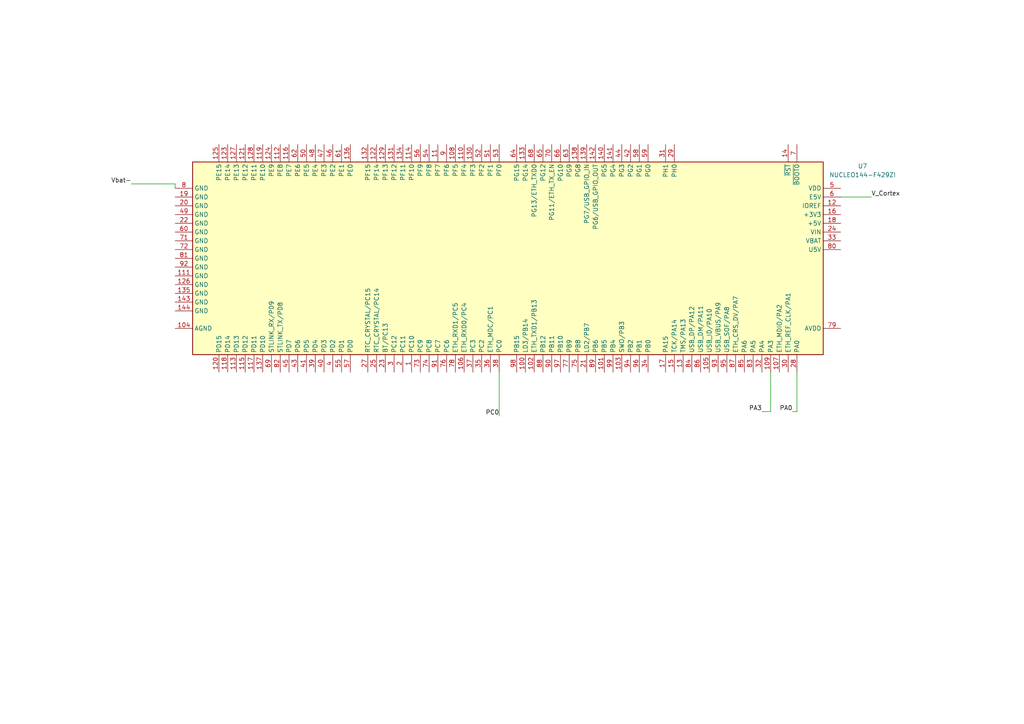
<source format=kicad_sch>
(kicad_sch (version 20250114) (generator "eeschema") (generator_version "9.0")
  (paper "A4")
  (lib_symbols
    (symbol "MCU_Module:NUCLEO144-F429ZI"
      (property "Reference" "U" (at -22.86 94.615 0))
      (property "Value" "NUCLEO144-F429ZI" (at -22.86 92.71 0))
      (symbol "NUCLEO144-F429ZI_0_1"
        (rectangle (start -27.94 -91.44) (end 27.94 91.44) (stroke (width 0.254)) (fill (type background)))
      )
      (symbol "NUCLEO144-F429ZI_1_1"
        (pin input line (at -33.02 83.82 0) (length 5.08) (name "~{BOOT0}") (number "7"))
        (pin input line (at -33.02 81.28 0) (length 5.08) (name "~{RST}") (number "14"))
        (pin bidirectional line (at -33.02 48.26 0) (length 5.08) (name "PH0") (number "29"))
        (pin bidirectional line (at -33.02 45.72 0) (length 5.08) (name "PH1") (number "31"))
        (pin bidirectional line (at -33.02 40.64 0) (length 5.08) (name "PG0") (number "59"))
        (pin bidirectional line (at -33.02 38.1 0) (length 5.08) (name "PG1") (number "58"))
        (pin bidirectional line (at -33.02 35.56 0) (length 5.08) (name "PG2") (number "42"))
        (pin bidirectional line (at -33.02 33.02 0) (length 5.08) (name "PG3") (number "44"))
        (pin bidirectional line (at -33.02 30.48 0) (length 5.08) (name "PG4") (number "141"))
        (pin bidirectional line (at -33.02 27.94 0) (length 5.08) (name "PG5") (number "140"))
        (pin bidirectional line (at -33.02 25.4 0) (length 5.08) (name "PG6/USB_GPIO_OUT") (number "142"))
        (pin bidirectional line (at -33.02 22.86 0) (length 5.08) (name "PG7/USB_GPIO_IN") (number "139"))
        (pin bidirectional line (at -33.02 20.32 0) (length 5.08) (name "PG8") (number "138"))
        (pin bidirectional line (at -33.02 17.78 0) (length 5.08) (name "PG9") (number "63"))
        (pin bidirectional line (at -33.02 15.24 0) (length 5.08) (name "PG10") (number "66"))
        (pin bidirectional line (at -33.02 12.7 0) (length 5.08) (name "PG11/ETH_TX_EN") (number "70"))
        (pin bidirectional line (at -33.02 10.16 0) (length 5.08) (name "PG12") (number "65"))
        (pin bidirectional line (at -33.02 7.62 0) (length 5.08) (name "PG13/ETH_TXD0") (number "68"))
        (pin bidirectional line (at -33.02 5.08 0) (length 5.08) (name "PG14") (number "133"))
        (pin bidirectional line (at -33.02 2.54 0) (length 5.08) (name "PG15") (number "64"))
        (pin bidirectional line (at -33.02 -2.54 0) (length 5.08) (name "PF0") (number "53"))
        (pin bidirectional line (at -33.02 -5.08 0) (length 5.08) (name "PF1") (number "51"))
        (pin bidirectional line (at -33.02 -7.62 0) (length 5.08) (name "PF2") (number "52"))
        (pin bidirectional line (at -33.02 -10.16 0) (length 5.08) (name "PF3") (number "130"))
        (pin bidirectional line (at -33.02 -12.7 0) (length 5.08) (name "PF4") (number "110"))
        (pin bidirectional line (at -33.02 -15.24 0) (length 5.08) (name "PF5") (number "108"))
        (pin bidirectional line (at -33.02 -17.78 0) (length 5.08) (name "PF6") (number "9"))
        (pin bidirectional line (at -33.02 -20.32 0) (length 5.08) (name "PF7") (number "11"))
        (pin bidirectional line (at -33.02 -22.86 0) (length 5.08) (name "PF8") (number "54"))
        (pin bidirectional line (at -33.02 -25.4 0) (length 5.08) (name "PF9") (number "56"))
        (pin bidirectional line (at -33.02 -27.94 0) (length 5.08) (name "PF10") (number "114"))
        (pin bidirectional line (at -33.02 -30.48 0) (length 5.08) (name "PF11") (number "134"))
        (pin bidirectional line (at -33.02 -33.02 0) (length 5.08) (name "PF12") (number "131"))
        (pin bidirectional line (at -33.02 -35.56 0) (length 5.08) (name "PF13") (number "129"))
        (pin bidirectional line (at -33.02 -38.1 0) (length 5.08) (name "PF14") (number "122"))
        (pin bidirectional line (at -33.02 -40.64 0) (length 5.08) (name "PF15") (number "132"))
        (pin bidirectional line (at -33.02 -45.72 0) (length 5.08) (name "PE0") (number "136"))
        (pin bidirectional line (at -33.02 -48.26 0) (length 5.08) (name "PE1") (number "61"))
        (pin bidirectional line (at -33.02 -50.8 0) (length 5.08) (name "PE2") (number "46"))
        (pin bidirectional line (at -33.02 -53.34 0) (length 5.08) (name "PE3") (number "47"))
        (pin bidirectional line (at -33.02 -55.88 0) (length 5.08) (name "PE4") (number "48"))
        (pin bidirectional line (at -33.02 -58.42 0) (length 5.08) (name "PE5") (number "50"))
        (pin bidirectional line (at -33.02 -60.96 0) (length 5.08) (name "PE6") (number "62"))
        (pin bidirectional line (at -33.02 -63.5 0) (length 5.08) (name "PE7") (number "116"))
        (pin bidirectional line (at -33.02 -66.04 0) (length 5.08) (name "PE8") (number "112"))
        (pin bidirectional line (at -33.02 -68.58 0) (length 5.08) (name "PE9") (number "124"))
        (pin bidirectional line (at -33.02 -71.12 0) (length 5.08) (name "PE10") (number "119"))
        (pin bidirectional line (at -33.02 -73.66 0) (length 5.08) (name "PE11") (number "128"))
        (pin bidirectional line (at -33.02 -76.2 0) (length 5.08) (name "PE12") (number "121"))
        (pin bidirectional line (at -33.02 -78.74 0) (length 5.08) (name "PE13") (number "127"))
        (pin bidirectional line (at -33.02 -81.28 0) (length 5.08) (name "PE14") (number "123"))
        (pin bidirectional line (at -33.02 -83.82 0) (length 5.08) (name "PE15") (number "125"))
        (pin no_connect line (at -27.94 58.42 0) (length 5.08) (hide yes) (name "NC") (number "26"))
        (pin no_connect line (at -27.94 55.88 0) (length 5.08) (hide yes) (name "NC") (number "10"))
        (pin no_connect line (at -27.94 53.34 0) (length 5.08) (hide yes) (name "NC") (number "67"))
        (pin power_in line (at -20.32 96.52 270) (length 5.08) (name "VDD") (number "5"))
        (pin power_in line (at -20.32 -96.52 90) (length 5.08) (name "GND") (number "8"))
        (pin power_in line (at -17.78 96.52 270) (length 5.08) (name "E5V") (number "6"))
        (pin power_in line (at -17.78 -96.52 90) (length 5.08) (name "GND") (number "19"))
        (pin power_in line (at -15.24 96.52 270) (length 5.08) (name "IOREF") (number "12"))
        (pin power_in line (at -15.24 -96.52 90) (length 5.08) (name "GND") (number "20"))
        (pin power_in line (at -12.7 96.52 270) (length 5.08) (name "+3V3") (number "16"))
        (pin power_in line (at -12.7 -96.52 90) (length 5.08) (name "GND") (number "49"))
        (pin power_in line (at -10.16 96.52 270) (length 5.08) (name "+5V") (number "18"))
        (pin power_in line (at -10.16 -96.52 90) (length 5.08) (name "GND") (number "22"))
        (pin power_in line (at -7.62 96.52 270) (length 5.08) (name "VIN") (number "24"))
        (pin power_in line (at -7.62 -96.52 90) (length 5.08) (name "GND") (number "60"))
        (pin power_in line (at -5.08 96.52 270) (length 5.08) (name "VBAT") (number "33"))
        (pin power_in line (at -5.08 -96.52 90) (length 5.08) (name "GND") (number "71"))
        (pin power_in line (at -2.54 96.52 270) (length 5.08) (name "U5V") (number "80"))
        (pin power_in line (at -2.54 -96.52 90) (length 5.08) (name "GND") (number "72"))
        (pin power_in line (at 0 -96.52 90) (length 5.08) (name "GND") (number "81"))
        (pin power_in line (at 2.54 -96.52 90) (length 5.08) (name "GND") (number "92"))
        (pin power_in line (at 5.08 -96.52 90) (length 5.08) (name "GND") (number "111"))
        (pin power_in line (at 7.62 -96.52 90) (length 5.08) (name "GND") (number "126"))
        (pin power_in line (at 10.16 -96.52 90) (length 5.08) (name "GND") (number "135"))
        (pin power_in line (at 12.7 -96.52 90) (length 5.08) (name "GND") (number "143"))
        (pin power_in line (at 15.24 -96.52 90) (length 5.08) (name "GND") (number "144"))
        (pin power_in line (at 20.32 96.52 270) (length 5.08) (name "AVDD") (number "79"))
        (pin power_in line (at 20.32 -96.52 90) (length 5.08) (name "AGND") (number "104"))
        (pin bidirectional line (at 33.02 83.82 180) (length 5.08) (name "PA0") (number "28"))
        (pin bidirectional line (at 33.02 81.28 180) (length 5.08) (name "ETH_REF_CLK/PA1") (number "30"))
        (pin bidirectional line (at 33.02 78.74 180) (length 5.08) (name "ETH_MDIO/PA2") (number "107"))
        (pin bidirectional line (at 33.02 76.2 180) (length 5.08) (name "PA3") (number "109"))
        (pin bidirectional line (at 33.02 73.66 180) (length 5.08) (name "PA4") (number "32"))
        (pin bidirectional line (at 33.02 71.12 180) (length 5.08) (name "PA5") (number "83"))
        (pin bidirectional line (at 33.02 68.58 180) (length 5.08) (name "PA6") (number "85"))
        (pin bidirectional line (at 33.02 66.04 180) (length 5.08) (name "ETH_CRS_DV/PA7") (number "87"))
        (pin bidirectional line (at 33.02 63.5 180) (length 5.08) (name "USB_SOF/PA8") (number "95"))
        (pin bidirectional line (at 33.02 60.96 180) (length 5.08) (name "USB_VBUS/PA9") (number "93"))
        (pin bidirectional line (at 33.02 58.42 180) (length 5.08) (name "USB_ID/PA10") (number "105"))
        (pin bidirectional line (at 33.02 55.88 180) (length 5.08) (name "USB_DM/PA11") (number "86"))
        (pin bidirectional line (at 33.02 53.34 180) (length 5.08) (name "USB_DP/PA12") (number "84"))
        (pin bidirectional line (at 33.02 50.8 180) (length 5.08) (name "TMS/PA13") (number "13"))
        (pin bidirectional line (at 33.02 48.26 180) (length 5.08) (name "TCK/PA14") (number "15"))
        (pin bidirectional line (at 33.02 45.72 180) (length 5.08) (name "PA15") (number "17"))
        (pin bidirectional line (at 33.02 40.64 180) (length 5.08) (name "PB0") (number "34"))
        (pin bidirectional line (at 33.02 38.1 180) (length 5.08) (name "PB1") (number "96"))
        (pin bidirectional line (at 33.02 35.56 180) (length 5.08) (name "PB2") (number "94"))
        (pin bidirectional line (at 33.02 33.02 180) (length 5.08) (name "SWO/PB3") (number "103"))
        (pin bidirectional line (at 33.02 30.48 180) (length 5.08) (name "PB4") (number "99"))
        (pin bidirectional line (at 33.02 27.94 180) (length 5.08) (name "PB5") (number "101"))
        (pin bidirectional line (at 33.02 25.4 180) (length 5.08) (name "PB6") (number "89"))
        (pin bidirectional line (at 33.02 22.86 180) (length 5.08) (name "LD2/PB7") (number "21"))
        (pin bidirectional line (at 33.02 20.32 180) (length 5.08) (name "PB8") (number "75"))
        (pin bidirectional line (at 33.02 17.78 180) (length 5.08) (name "PB9") (number "77"))
        (pin bidirectional line (at 33.02 15.24 180) (length 5.08) (name "PB10") (number "97"))
        (pin bidirectional line (at 33.02 12.7 180) (length 5.08) (name "PB11") (number "90"))
        (pin bidirectional line (at 33.02 10.16 180) (length 5.08) (name "PB12") (number "88"))
        (pin bidirectional line (at 33.02 7.62 180) (length 5.08) (name "ETH_TXD1/PB13") (number "102"))
        (pin bidirectional line (at 33.02 5.08 180) (length 5.08) (name "LD3/PB14") (number "100"))
        (pin bidirectional line (at 33.02 2.54 180) (length 5.08) (name "PB15") (number "98"))
        (pin bidirectional line (at 33.02 -2.54 180) (length 5.08) (name "PC0") (number "38"))
        (pin bidirectional line (at 33.02 -5.08 180) (length 5.08) (name "ETH_MDC/PC1") (number "36"))
        (pin bidirectional line (at 33.02 -7.62 180) (length 5.08) (name "PC2") (number "35"))
        (pin bidirectional line (at 33.02 -10.16 180) (length 5.08) (name "PC3") (number "37"))
        (pin bidirectional line (at 33.02 -12.7 180) (length 5.08) (name "ETH_RXD0/PC4") (number "106"))
        (pin bidirectional line (at 33.02 -15.24 180) (length 5.08) (name "ETH_RXD1/PC5") (number "78"))
        (pin bidirectional line (at 33.02 -17.78 180) (length 5.08) (name "PC6") (number "76"))
        (pin bidirectional line (at 33.02 -20.32 180) (length 5.08) (name "PC7") (number "91"))
        (pin bidirectional line (at 33.02 -22.86 180) (length 5.08) (name "PC8") (number "74"))
        (pin bidirectional line (at 33.02 -25.4 180) (length 5.08) (name "PC9") (number "73"))
        (pin bidirectional line (at 33.02 -27.94 180) (length 5.08) (name "PC10") (number "1"))
        (pin bidirectional line (at 33.02 -30.48 180) (length 5.08) (name "PC11") (number "2"))
        (pin bidirectional line (at 33.02 -33.02 180) (length 5.08) (name "PC12") (number "3"))
        (pin bidirectional line (at 33.02 -35.56 180) (length 5.08) (name "BT/PC13") (number "23"))
        (pin bidirectional line (at 33.02 -38.1 180) (length 5.08) (name "RTC_CRYSTAL/PC14") (number "25"))
        (pin bidirectional line (at 33.02 -40.64 180) (length 5.08) (name "RTC_CRYSTAL/PC15") (number "27"))
        (pin bidirectional line (at 33.02 -45.72 180) (length 5.08) (name "PD0") (number "57"))
        (pin bidirectional line (at 33.02 -48.26 180) (length 5.08) (name "PD1") (number "55"))
        (pin bidirectional line (at 33.02 -50.8 180) (length 5.08) (name "PD2") (number "4"))
        (pin bidirectional line (at 33.02 -53.34 180) (length 5.08) (name "PD3") (number "40"))
        (pin bidirectional line (at 33.02 -55.88 180) (length 5.08) (name "PD4") (number "39"))
        (pin bidirectional line (at 33.02 -58.42 180) (length 5.08) (name "PD5") (number "41"))
        (pin bidirectional line (at 33.02 -60.96 180) (length 5.08) (name "PD6") (number "43"))
        (pin bidirectional line (at 33.02 -63.5 180) (length 5.08) (name "PD7") (number "45"))
        (pin bidirectional line (at 33.02 -66.04 180) (length 5.08) (name "STLINK_TX/PD8") (number "82"))
        (pin bidirectional line (at 33.02 -68.58 180) (length 5.08) (name "STLINK_RX/PD9") (number "69"))
        (pin bidirectional line (at 33.02 -71.12 180) (length 5.08) (name "PD10") (number "137"))
        (pin bidirectional line (at 33.02 -73.66 180) (length 5.08) (name "PD11") (number "117"))
        (pin bidirectional line (at 33.02 -76.2 180) (length 5.08) (name "PD12") (number "115"))
        (pin bidirectional line (at 33.02 -78.74 180) (length 5.08) (name "PD13") (number "113"))
        (pin bidirectional line (at 33.02 -81.28 180) (length 5.08) (name "PD14") (number "118"))
        (pin bidirectional line (at 33.02 -83.82 180) (length 5.08) (name "PD15") (number "120"))
      )
    )
  )
  (wire (pts (xy 38.1 53.34) (xy 50.8 53.34)))
  (wire (pts (xy 144.78 107.95) (xy 144.78 120.65)))
  (wire (pts (xy 50.8 53.34) (xy 50.8 54.61)))
  (wire (pts (xy 231.14 119.38) (xy 231.14 107.95)))
  (wire (pts (xy 223.52 119.38) (xy 223.52 107.95)))
  (wire (pts (xy 220.98 119.38) (xy 223.52 119.38)))
  (wire (pts (xy 229.87 119.38) (xy 231.14 119.38)))
  (wire (pts (xy 243.84 57.15) (xy 252.73 57.15)))
  (label "PA3" (at 220.98 119.38 180))
  (label "Vbat-" (at 38.1 53.34 180))
  (label "PC0" (at 144.78 120.65 180))
  (label "V_Cortex" (at 252.73 57.15 0))
  (label "PA0" (at 229.87 119.38 180))
  (symbol (lib_id "MCU_Module:NUCLEO144-F429ZI") (at 147.32 74.93 270) (unit 1)
    (property "Reference" "U7" (at 250.19 48.1898 90))
    (property "Value" "NUCLEO144-F429ZI" (at 250.19 50.7298 90))
    (property "Footprint" "Module:ST_Morpho_Connector_144_STLink" (effects (hide yes)))
    (property "Datasheet" "http://www.st.com/content/ccc/resource/technical/document/data_brief/group0/7b/df/1d/e9/64/55/43/8d/DM00247910/files/DM00247910.pdf/jcr:content/translations/en.DM00247910.pdf" (effects (hide yes)))
    (property "Description" "Nucleo 144 Development Board with STM32F429ZIT6 MCU, 256kB RAM, 1Mb FLASH" (effects (hide yes)))
  )
)
</source>
